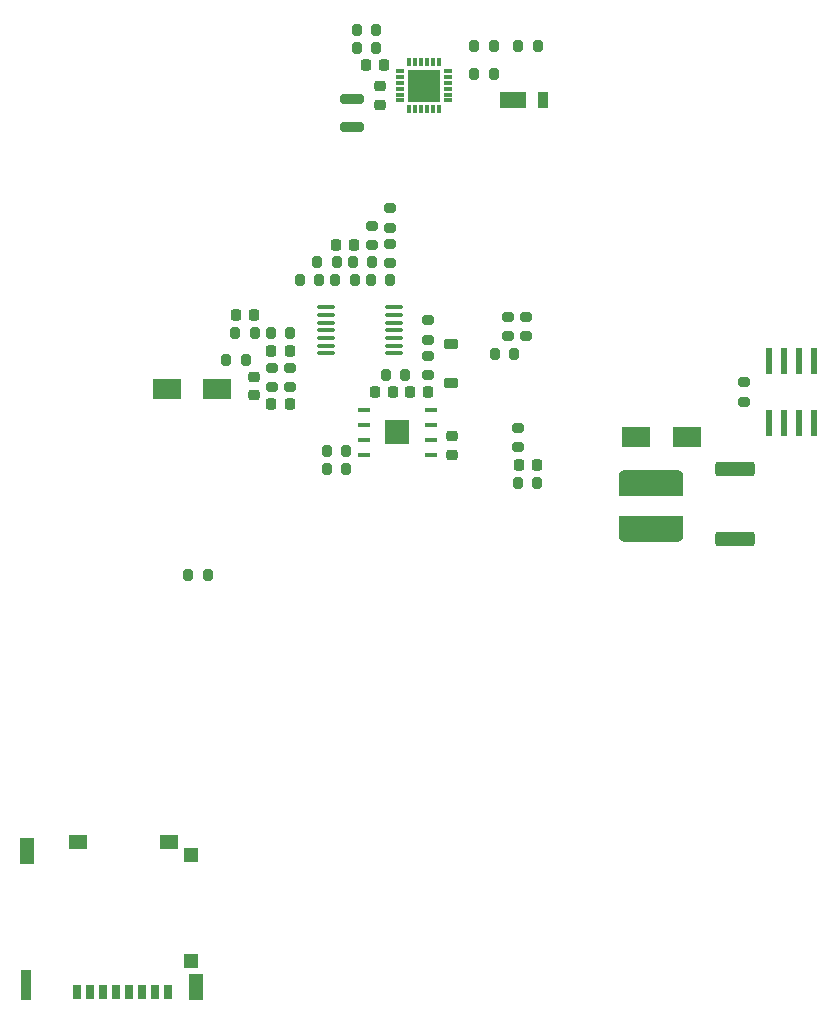
<source format=gbp>
%TF.GenerationSoftware,KiCad,Pcbnew,9.0.1*%
%TF.CreationDate,2025-04-05T16:28:44-07:00*%
%TF.ProjectId,mainboard,6d61696e-626f-4617-9264-2e6b69636164,6.4*%
%TF.SameCoordinates,Original*%
%TF.FileFunction,Paste,Bot*%
%TF.FilePolarity,Positive*%
%FSLAX45Y45*%
G04 Gerber Fmt 4.5, Leading zero omitted, Abs format (unit mm)*
G04 Created by KiCad (PCBNEW 9.0.1) date 2025-04-05 16:28:44*
%MOMM*%
%LPD*%
G01*
G04 APERTURE LIST*
G04 Aperture macros list*
%AMRoundRect*
0 Rectangle with rounded corners*
0 $1 Rounding radius*
0 $2 $3 $4 $5 $6 $7 $8 $9 X,Y pos of 4 corners*
0 Add a 4 corners polygon primitive as box body*
4,1,4,$2,$3,$4,$5,$6,$7,$8,$9,$2,$3,0*
0 Add four circle primitives for the rounded corners*
1,1,$1+$1,$2,$3*
1,1,$1+$1,$4,$5*
1,1,$1+$1,$6,$7*
1,1,$1+$1,$8,$9*
0 Add four rect primitives between the rounded corners*
20,1,$1+$1,$2,$3,$4,$5,0*
20,1,$1+$1,$4,$5,$6,$7,0*
20,1,$1+$1,$6,$7,$8,$9,0*
20,1,$1+$1,$8,$9,$2,$3,0*%
%AMFreePoly0*
4,1,17,-1.075000,2.212500,-1.059717,2.339761,-1.006018,2.475934,-0.917570,2.592570,-0.800934,2.681018,-0.664761,2.734717,-0.537500,2.750000,1.075000,2.750000,1.075000,-2.750000,-0.537500,-2.750000,-0.664761,-2.734717,-0.800934,-2.681018,-0.917570,-2.592570,-1.006018,-2.475934,-1.059717,-2.339761,-1.075000,-2.212500,-1.075000,2.212500,-1.075000,2.212500,$1*%
%AMFreePoly1*
4,1,17,-1.075000,2.750000,0.537500,2.750000,0.664761,2.734717,0.800934,2.681018,0.917570,2.592570,1.006018,2.475934,1.059717,2.339761,1.075000,2.212500,1.075000,-2.212500,1.059717,-2.339761,1.006018,-2.475934,0.917570,-2.592570,0.800934,-2.681018,0.664761,-2.734717,0.537500,-2.750000,-1.075000,-2.750000,-1.075000,2.750000,-1.075000,2.750000,$1*%
G04 Aperture macros list end*
%ADD10R,0.800000X1.240000*%
%ADD11R,1.160000X1.200000*%
%ADD12R,0.950000X2.500000*%
%ADD13R,1.150000X2.200000*%
%ADD14R,1.500000X1.150000*%
%ADD15R,1.160000X1.250000*%
%ADD16RoundRect,0.200000X-0.200000X-0.275000X0.200000X-0.275000X0.200000X0.275000X-0.200000X0.275000X0*%
%ADD17R,0.300000X0.800000*%
%ADD18R,0.800000X0.300000*%
%ADD19R,2.800000X2.800000*%
%ADD20RoundRect,0.200000X0.200000X0.275000X-0.200000X0.275000X-0.200000X-0.275000X0.200000X-0.275000X0*%
%ADD21RoundRect,0.225000X0.250000X-0.225000X0.250000X0.225000X-0.250000X0.225000X-0.250000X-0.225000X0*%
%ADD22RoundRect,0.177600X-0.822400X0.222400X-0.822400X-0.222400X0.822400X-0.222400X0.822400X0.222400X0*%
%ADD23R,0.900000X1.400000*%
%ADD24R,2.200000X1.400000*%
%ADD25RoundRect,0.200000X0.275000X-0.200000X0.275000X0.200000X-0.275000X0.200000X-0.275000X-0.200000X0*%
%ADD26RoundRect,0.225000X-0.225000X-0.250000X0.225000X-0.250000X0.225000X0.250000X-0.225000X0.250000X0*%
%ADD27RoundRect,0.200000X-0.275000X0.200000X-0.275000X-0.200000X0.275000X-0.200000X0.275000X0.200000X0*%
%ADD28RoundRect,0.225000X0.225000X0.250000X-0.225000X0.250000X-0.225000X-0.250000X0.225000X-0.250000X0*%
%ADD29FreePoly0,270.000000*%
%ADD30FreePoly1,270.000000*%
%ADD31R,2.350000X1.700000*%
%ADD32R,0.609600X2.209800*%
%ADD33RoundRect,0.250000X-1.425000X0.362500X-1.425000X-0.362500X1.425000X-0.362500X1.425000X0.362500X0*%
%ADD34RoundRect,0.100000X-0.637500X-0.100000X0.637500X-0.100000X0.637500X0.100000X-0.637500X0.100000X0*%
%ADD35R,1.050000X0.450000*%
%ADD36R,2.100000X2.100000*%
%ADD37RoundRect,0.225000X-0.250000X0.225000X-0.250000X-0.225000X0.250000X-0.225000X0.250000X0.225000X0*%
%ADD38RoundRect,0.225000X-0.375000X0.225000X-0.375000X-0.225000X0.375000X-0.225000X0.375000X0.225000X0*%
G04 APERTURE END LIST*
D10*
%TO.C,J1*%
X12301000Y-14305500D03*
X12411000Y-14305500D03*
X12521000Y-14305500D03*
X12631000Y-14305500D03*
X12741000Y-14305500D03*
X12851000Y-14305500D03*
X12961000Y-14305500D03*
X13071000Y-14305500D03*
D11*
X13265000Y-13142500D03*
D12*
X11866500Y-14242500D03*
D13*
X13305500Y-14257500D03*
X11876500Y-13109500D03*
D14*
X12307000Y-13030000D03*
X13085000Y-13030000D03*
D15*
X13265000Y-14042500D03*
%TD*%
D16*
%TO.C,R40*%
X14670000Y-6160460D03*
X14835000Y-6160460D03*
%TD*%
D17*
%TO.C,U17*%
X15115000Y-6429400D03*
X15165000Y-6429400D03*
X15215000Y-6429400D03*
X15265000Y-6429400D03*
X15315000Y-6429400D03*
X15365000Y-6429400D03*
D18*
X15440000Y-6504400D03*
X15440000Y-6554400D03*
X15440000Y-6604400D03*
X15440000Y-6654400D03*
X15440000Y-6704400D03*
X15440000Y-6754400D03*
D17*
X15365000Y-6829400D03*
X15315000Y-6829400D03*
X15265000Y-6829400D03*
X15215000Y-6829400D03*
X15165000Y-6829400D03*
X15115000Y-6829400D03*
D18*
X15040000Y-6754400D03*
X15040000Y-6704400D03*
X15040000Y-6654400D03*
X15040000Y-6604400D03*
X15040000Y-6554400D03*
X15040000Y-6504400D03*
D19*
X15240000Y-6629400D03*
%TD*%
D20*
%TO.C,R36*%
X15830500Y-6527800D03*
X15665500Y-6527800D03*
%TD*%
D21*
%TO.C,C35*%
X14866620Y-6790000D03*
X14866620Y-6635000D03*
%TD*%
D20*
%TO.C,R35*%
X16203880Y-6294120D03*
X16038880Y-6294120D03*
%TD*%
D16*
%TO.C,R34*%
X15665500Y-6294120D03*
X15830500Y-6294120D03*
%TD*%
D20*
%TO.C,R39*%
X14835000Y-6307500D03*
X14670000Y-6307500D03*
%TD*%
D22*
%TO.C,L4*%
X14630000Y-6740000D03*
X14630000Y-6980000D03*
%TD*%
D23*
%TO.C,D4*%
X16246100Y-6750050D03*
D24*
X15991100Y-6750050D03*
%TD*%
D20*
%TO.C,R51*%
X13407500Y-10775000D03*
X13242500Y-10775000D03*
%TD*%
D25*
%TO.C,R73*%
X16100000Y-8752500D03*
X16100000Y-8587500D03*
%TD*%
%TO.C,R74*%
X15950000Y-8752500D03*
X15950000Y-8587500D03*
%TD*%
%TO.C,R64*%
X15275000Y-8782500D03*
X15275000Y-8617500D03*
%TD*%
D16*
%TO.C,R63*%
X14917500Y-9075000D03*
X15082500Y-9075000D03*
%TD*%
D20*
%TO.C,R76*%
X14952500Y-8275000D03*
X14787500Y-8275000D03*
%TD*%
%TO.C,R78*%
X14652500Y-8275000D03*
X14487500Y-8275000D03*
%TD*%
D25*
%TO.C,R60*%
X17950000Y-9307500D03*
X17950000Y-9142500D03*
%TD*%
D20*
%TO.C,R80*%
X14352500Y-8275000D03*
X14187500Y-8275000D03*
%TD*%
D26*
%TO.C,C54*%
X14492500Y-7975000D03*
X14647500Y-7975000D03*
%TD*%
D16*
%TO.C,R4*%
X14417500Y-9725000D03*
X14582500Y-9725000D03*
%TD*%
D27*
%TO.C,R75*%
X14950000Y-7967500D03*
X14950000Y-8132500D03*
%TD*%
%TO.C,R1*%
X16040000Y-9527500D03*
X16040000Y-9692500D03*
%TD*%
%TO.C,R56*%
X14104500Y-9017500D03*
X14104500Y-9182500D03*
%TD*%
D20*
%TO.C,R2*%
X16199000Y-9990000D03*
X16034000Y-9990000D03*
%TD*%
D26*
%TO.C,C42*%
X14822500Y-9225000D03*
X14977500Y-9225000D03*
%TD*%
D16*
%TO.C,R22*%
X15837500Y-8900000D03*
X16002500Y-8900000D03*
%TD*%
D28*
%TO.C,C51*%
X15277500Y-9225000D03*
X15122500Y-9225000D03*
%TD*%
D26*
%TO.C,C30*%
X13647500Y-8575000D03*
X13802500Y-8575000D03*
%TD*%
D16*
%TO.C,R81*%
X13567500Y-8950000D03*
X13732500Y-8950000D03*
%TD*%
D26*
%TO.C,C52*%
X13947500Y-8875000D03*
X14102500Y-8875000D03*
%TD*%
D29*
%TO.C,L3*%
X17160000Y-9997500D03*
D30*
X17160000Y-10382500D03*
%TD*%
D16*
%TO.C,R54*%
X13642500Y-8725000D03*
X13807500Y-8725000D03*
%TD*%
D31*
%TO.C,D3*%
X17465000Y-9601200D03*
X17035000Y-9601200D03*
%TD*%
D25*
%TO.C,R62*%
X13950000Y-9182500D03*
X13950000Y-9017500D03*
%TD*%
D16*
%TO.C,R53*%
X13942500Y-8725000D03*
X14107500Y-8725000D03*
%TD*%
D26*
%TO.C,C41*%
X13947500Y-9325000D03*
X14102500Y-9325000D03*
%TD*%
D20*
%TO.C,R79*%
X14502500Y-8125000D03*
X14337500Y-8125000D03*
%TD*%
D32*
%TO.C,Q10*%
X18159500Y-8963380D03*
X18286500Y-8963380D03*
X18413500Y-8963380D03*
X18540500Y-8963380D03*
X18540500Y-9486620D03*
X18413500Y-9486620D03*
X18286500Y-9486620D03*
X18159500Y-9486620D03*
%TD*%
D27*
%TO.C,R69*%
X14950000Y-7667500D03*
X14950000Y-7832500D03*
%TD*%
D26*
%TO.C,C33*%
X14745000Y-6457500D03*
X14900000Y-6457500D03*
%TD*%
D33*
%TO.C,R19*%
X17876520Y-9876450D03*
X17876520Y-10468950D03*
%TD*%
D34*
%TO.C,U7*%
X14413750Y-8895000D03*
X14413750Y-8830000D03*
X14413750Y-8765000D03*
X14413750Y-8700000D03*
X14413750Y-8635000D03*
X14413750Y-8570000D03*
X14413750Y-8505000D03*
X14986250Y-8505000D03*
X14986250Y-8570000D03*
X14986250Y-8635000D03*
X14986250Y-8700000D03*
X14986250Y-8765000D03*
X14986250Y-8830000D03*
X14986250Y-8895000D03*
%TD*%
D35*
%TO.C,U3*%
X14728500Y-9756000D03*
X14728500Y-9629000D03*
X14728500Y-9502000D03*
X14728500Y-9375000D03*
X15298500Y-9375000D03*
X15298500Y-9502000D03*
X15298500Y-9629000D03*
X15298500Y-9756000D03*
D36*
X15013500Y-9565500D03*
%TD*%
D31*
%TO.C,D7*%
X13490000Y-9200000D03*
X13060000Y-9200000D03*
%TD*%
D20*
%TO.C,R77*%
X14802500Y-8125000D03*
X14637500Y-8125000D03*
%TD*%
D37*
%TO.C,C53*%
X13800000Y-9097500D03*
X13800000Y-9252500D03*
%TD*%
D27*
%TO.C,R68*%
X15275000Y-8917500D03*
X15275000Y-9082500D03*
%TD*%
%TO.C,R70*%
X14800000Y-7817500D03*
X14800000Y-7982500D03*
%TD*%
D20*
%TO.C,R21*%
X14582500Y-9875000D03*
X14417500Y-9875000D03*
%TD*%
D38*
%TO.C,D6*%
X15470000Y-8815000D03*
X15470000Y-9145000D03*
%TD*%
D21*
%TO.C,C7*%
X15475000Y-9752500D03*
X15475000Y-9597500D03*
%TD*%
D26*
%TO.C,C3*%
X16042500Y-9840000D03*
X16197500Y-9840000D03*
%TD*%
M02*

</source>
